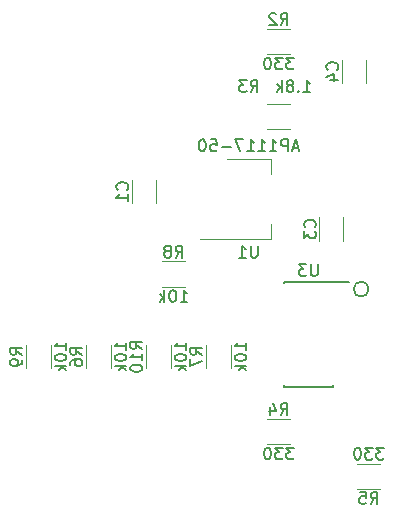
<source format=gbr>
G04 #@! TF.FileFunction,Legend,Bot*
%FSLAX46Y46*%
G04 Gerber Fmt 4.6, Leading zero omitted, Abs format (unit mm)*
G04 Created by KiCad (PCBNEW 4.0.7) date Sunday, March 04, 2018 'PMt' 09:17:10 PM*
%MOMM*%
%LPD*%
G01*
G04 APERTURE LIST*
%ADD10C,0.100000*%
%ADD11C,0.200000*%
%ADD12C,0.120000*%
%ADD13C,0.150000*%
G04 APERTURE END LIST*
D10*
D11*
X87630000Y-39370000D02*
G75*
G03X87630000Y-39370000I-635000J0D01*
G01*
D12*
X67560000Y-32115000D02*
X67560000Y-30115000D01*
X69600000Y-30115000D02*
X69600000Y-32115000D01*
X83435000Y-35290000D02*
X83435000Y-33290000D01*
X85475000Y-33290000D02*
X85475000Y-35290000D01*
X85340000Y-21955000D02*
X85340000Y-19955000D01*
X87380000Y-19955000D02*
X87380000Y-21955000D01*
X79010000Y-19485000D02*
X81010000Y-19485000D01*
X81010000Y-17345000D02*
X79010000Y-17345000D01*
X81010000Y-23695000D02*
X79010000Y-23695000D01*
X79010000Y-25835000D02*
X81010000Y-25835000D01*
X79010000Y-52505000D02*
X81010000Y-52505000D01*
X81010000Y-50365000D02*
X79010000Y-50365000D01*
X88630000Y-54175000D02*
X86630000Y-54175000D01*
X86630000Y-56315000D02*
X88630000Y-56315000D01*
D13*
X84625000Y-38730000D02*
X84625000Y-38755000D01*
X80475000Y-38730000D02*
X80475000Y-38845000D01*
X80475000Y-47630000D02*
X80475000Y-47515000D01*
X84625000Y-47630000D02*
X84625000Y-47515000D01*
X84625000Y-38730000D02*
X80475000Y-38730000D01*
X84625000Y-47630000D02*
X80475000Y-47630000D01*
X84625000Y-38755000D02*
X86000000Y-38755000D01*
D12*
X79380000Y-28340000D02*
X79380000Y-29600000D01*
X79380000Y-35160000D02*
X79380000Y-33900000D01*
X75620000Y-28340000D02*
X79380000Y-28340000D01*
X73370000Y-35160000D02*
X79380000Y-35160000D01*
X65840000Y-46085000D02*
X65840000Y-44085000D01*
X63700000Y-44085000D02*
X63700000Y-46085000D01*
X76000000Y-46085000D02*
X76000000Y-44085000D01*
X73860000Y-44085000D02*
X73860000Y-46085000D01*
X70120000Y-39170000D02*
X72120000Y-39170000D01*
X72120000Y-37030000D02*
X70120000Y-37030000D01*
X60760000Y-46085000D02*
X60760000Y-44085000D01*
X58620000Y-44085000D02*
X58620000Y-46085000D01*
X70920000Y-46085000D02*
X70920000Y-44085000D01*
X68780000Y-44085000D02*
X68780000Y-46085000D01*
D13*
X67187143Y-30948334D02*
X67234762Y-30900715D01*
X67282381Y-30757858D01*
X67282381Y-30662620D01*
X67234762Y-30519762D01*
X67139524Y-30424524D01*
X67044286Y-30376905D01*
X66853810Y-30329286D01*
X66710952Y-30329286D01*
X66520476Y-30376905D01*
X66425238Y-30424524D01*
X66330000Y-30519762D01*
X66282381Y-30662620D01*
X66282381Y-30757858D01*
X66330000Y-30900715D01*
X66377619Y-30948334D01*
X67282381Y-31900715D02*
X67282381Y-31329286D01*
X67282381Y-31615000D02*
X66282381Y-31615000D01*
X66425238Y-31519762D01*
X66520476Y-31424524D01*
X66568095Y-31329286D01*
X83062143Y-34123334D02*
X83109762Y-34075715D01*
X83157381Y-33932858D01*
X83157381Y-33837620D01*
X83109762Y-33694762D01*
X83014524Y-33599524D01*
X82919286Y-33551905D01*
X82728810Y-33504286D01*
X82585952Y-33504286D01*
X82395476Y-33551905D01*
X82300238Y-33599524D01*
X82205000Y-33694762D01*
X82157381Y-33837620D01*
X82157381Y-33932858D01*
X82205000Y-34075715D01*
X82252619Y-34123334D01*
X82157381Y-34456667D02*
X82157381Y-35075715D01*
X82538333Y-34742381D01*
X82538333Y-34885239D01*
X82585952Y-34980477D01*
X82633571Y-35028096D01*
X82728810Y-35075715D01*
X82966905Y-35075715D01*
X83062143Y-35028096D01*
X83109762Y-34980477D01*
X83157381Y-34885239D01*
X83157381Y-34599524D01*
X83109762Y-34504286D01*
X83062143Y-34456667D01*
X84967143Y-20788334D02*
X85014762Y-20740715D01*
X85062381Y-20597858D01*
X85062381Y-20502620D01*
X85014762Y-20359762D01*
X84919524Y-20264524D01*
X84824286Y-20216905D01*
X84633810Y-20169286D01*
X84490952Y-20169286D01*
X84300476Y-20216905D01*
X84205238Y-20264524D01*
X84110000Y-20359762D01*
X84062381Y-20502620D01*
X84062381Y-20597858D01*
X84110000Y-20740715D01*
X84157619Y-20788334D01*
X84395714Y-21645477D02*
X85062381Y-21645477D01*
X84014762Y-21407381D02*
X84729048Y-21169286D01*
X84729048Y-21788334D01*
X80176666Y-17017381D02*
X80510000Y-16541190D01*
X80748095Y-17017381D02*
X80748095Y-16017381D01*
X80367142Y-16017381D01*
X80271904Y-16065000D01*
X80224285Y-16112619D01*
X80176666Y-16207857D01*
X80176666Y-16350714D01*
X80224285Y-16445952D01*
X80271904Y-16493571D01*
X80367142Y-16541190D01*
X80748095Y-16541190D01*
X79795714Y-16112619D02*
X79748095Y-16065000D01*
X79652857Y-16017381D01*
X79414761Y-16017381D01*
X79319523Y-16065000D01*
X79271904Y-16112619D01*
X79224285Y-16207857D01*
X79224285Y-16303095D01*
X79271904Y-16445952D01*
X79843333Y-17017381D01*
X79224285Y-17017381D01*
X81295714Y-19767381D02*
X80676666Y-19767381D01*
X81010000Y-20148333D01*
X80867142Y-20148333D01*
X80771904Y-20195952D01*
X80724285Y-20243571D01*
X80676666Y-20338810D01*
X80676666Y-20576905D01*
X80724285Y-20672143D01*
X80771904Y-20719762D01*
X80867142Y-20767381D01*
X81152857Y-20767381D01*
X81248095Y-20719762D01*
X81295714Y-20672143D01*
X80343333Y-19767381D02*
X79724285Y-19767381D01*
X80057619Y-20148333D01*
X79914761Y-20148333D01*
X79819523Y-20195952D01*
X79771904Y-20243571D01*
X79724285Y-20338810D01*
X79724285Y-20576905D01*
X79771904Y-20672143D01*
X79819523Y-20719762D01*
X79914761Y-20767381D01*
X80200476Y-20767381D01*
X80295714Y-20719762D01*
X80343333Y-20672143D01*
X79105238Y-19767381D02*
X79009999Y-19767381D01*
X78914761Y-19815000D01*
X78867142Y-19862619D01*
X78819523Y-19957857D01*
X78771904Y-20148333D01*
X78771904Y-20386429D01*
X78819523Y-20576905D01*
X78867142Y-20672143D01*
X78914761Y-20719762D01*
X79009999Y-20767381D01*
X79105238Y-20767381D01*
X79200476Y-20719762D01*
X79248095Y-20672143D01*
X79295714Y-20576905D01*
X79343333Y-20386429D01*
X79343333Y-20148333D01*
X79295714Y-19957857D01*
X79248095Y-19862619D01*
X79200476Y-19815000D01*
X79105238Y-19767381D01*
X77636666Y-22677381D02*
X77970000Y-22201190D01*
X78208095Y-22677381D02*
X78208095Y-21677381D01*
X77827142Y-21677381D01*
X77731904Y-21725000D01*
X77684285Y-21772619D01*
X77636666Y-21867857D01*
X77636666Y-22010714D01*
X77684285Y-22105952D01*
X77731904Y-22153571D01*
X77827142Y-22201190D01*
X78208095Y-22201190D01*
X77303333Y-21677381D02*
X76684285Y-21677381D01*
X77017619Y-22058333D01*
X76874761Y-22058333D01*
X76779523Y-22105952D01*
X76731904Y-22153571D01*
X76684285Y-22248810D01*
X76684285Y-22486905D01*
X76731904Y-22582143D01*
X76779523Y-22629762D01*
X76874761Y-22677381D01*
X77160476Y-22677381D01*
X77255714Y-22629762D01*
X77303333Y-22582143D01*
X82113333Y-22677381D02*
X82684762Y-22677381D01*
X82399048Y-22677381D02*
X82399048Y-21677381D01*
X82494286Y-21820238D01*
X82589524Y-21915476D01*
X82684762Y-21963095D01*
X81684762Y-22582143D02*
X81637143Y-22629762D01*
X81684762Y-22677381D01*
X81732381Y-22629762D01*
X81684762Y-22582143D01*
X81684762Y-22677381D01*
X81065715Y-22105952D02*
X81160953Y-22058333D01*
X81208572Y-22010714D01*
X81256191Y-21915476D01*
X81256191Y-21867857D01*
X81208572Y-21772619D01*
X81160953Y-21725000D01*
X81065715Y-21677381D01*
X80875238Y-21677381D01*
X80780000Y-21725000D01*
X80732381Y-21772619D01*
X80684762Y-21867857D01*
X80684762Y-21915476D01*
X80732381Y-22010714D01*
X80780000Y-22058333D01*
X80875238Y-22105952D01*
X81065715Y-22105952D01*
X81160953Y-22153571D01*
X81208572Y-22201190D01*
X81256191Y-22296429D01*
X81256191Y-22486905D01*
X81208572Y-22582143D01*
X81160953Y-22629762D01*
X81065715Y-22677381D01*
X80875238Y-22677381D01*
X80780000Y-22629762D01*
X80732381Y-22582143D01*
X80684762Y-22486905D01*
X80684762Y-22296429D01*
X80732381Y-22201190D01*
X80780000Y-22153571D01*
X80875238Y-22105952D01*
X80256191Y-22677381D02*
X80256191Y-21677381D01*
X80160953Y-22296429D02*
X79875238Y-22677381D01*
X79875238Y-22010714D02*
X80256191Y-22391667D01*
X80176666Y-50037381D02*
X80510000Y-49561190D01*
X80748095Y-50037381D02*
X80748095Y-49037381D01*
X80367142Y-49037381D01*
X80271904Y-49085000D01*
X80224285Y-49132619D01*
X80176666Y-49227857D01*
X80176666Y-49370714D01*
X80224285Y-49465952D01*
X80271904Y-49513571D01*
X80367142Y-49561190D01*
X80748095Y-49561190D01*
X79319523Y-49370714D02*
X79319523Y-50037381D01*
X79557619Y-48989762D02*
X79795714Y-49704048D01*
X79176666Y-49704048D01*
X81295714Y-52792381D02*
X80676666Y-52792381D01*
X81010000Y-53173333D01*
X80867142Y-53173333D01*
X80771904Y-53220952D01*
X80724285Y-53268571D01*
X80676666Y-53363810D01*
X80676666Y-53601905D01*
X80724285Y-53697143D01*
X80771904Y-53744762D01*
X80867142Y-53792381D01*
X81152857Y-53792381D01*
X81248095Y-53744762D01*
X81295714Y-53697143D01*
X80343333Y-52792381D02*
X79724285Y-52792381D01*
X80057619Y-53173333D01*
X79914761Y-53173333D01*
X79819523Y-53220952D01*
X79771904Y-53268571D01*
X79724285Y-53363810D01*
X79724285Y-53601905D01*
X79771904Y-53697143D01*
X79819523Y-53744762D01*
X79914761Y-53792381D01*
X80200476Y-53792381D01*
X80295714Y-53744762D01*
X80343333Y-53697143D01*
X79105238Y-52792381D02*
X79009999Y-52792381D01*
X78914761Y-52840000D01*
X78867142Y-52887619D01*
X78819523Y-52982857D01*
X78771904Y-53173333D01*
X78771904Y-53411429D01*
X78819523Y-53601905D01*
X78867142Y-53697143D01*
X78914761Y-53744762D01*
X79009999Y-53792381D01*
X79105238Y-53792381D01*
X79200476Y-53744762D01*
X79248095Y-53697143D01*
X79295714Y-53601905D01*
X79343333Y-53411429D01*
X79343333Y-53173333D01*
X79295714Y-52982857D01*
X79248095Y-52887619D01*
X79200476Y-52840000D01*
X79105238Y-52792381D01*
X87796666Y-57547381D02*
X88130000Y-57071190D01*
X88368095Y-57547381D02*
X88368095Y-56547381D01*
X87987142Y-56547381D01*
X87891904Y-56595000D01*
X87844285Y-56642619D01*
X87796666Y-56737857D01*
X87796666Y-56880714D01*
X87844285Y-56975952D01*
X87891904Y-57023571D01*
X87987142Y-57071190D01*
X88368095Y-57071190D01*
X86891904Y-56547381D02*
X87368095Y-56547381D01*
X87415714Y-57023571D01*
X87368095Y-56975952D01*
X87272857Y-56928333D01*
X87034761Y-56928333D01*
X86939523Y-56975952D01*
X86891904Y-57023571D01*
X86844285Y-57118810D01*
X86844285Y-57356905D01*
X86891904Y-57452143D01*
X86939523Y-57499762D01*
X87034761Y-57547381D01*
X87272857Y-57547381D01*
X87368095Y-57499762D01*
X87415714Y-57452143D01*
X88915714Y-52797381D02*
X88296666Y-52797381D01*
X88630000Y-53178333D01*
X88487142Y-53178333D01*
X88391904Y-53225952D01*
X88344285Y-53273571D01*
X88296666Y-53368810D01*
X88296666Y-53606905D01*
X88344285Y-53702143D01*
X88391904Y-53749762D01*
X88487142Y-53797381D01*
X88772857Y-53797381D01*
X88868095Y-53749762D01*
X88915714Y-53702143D01*
X87963333Y-52797381D02*
X87344285Y-52797381D01*
X87677619Y-53178333D01*
X87534761Y-53178333D01*
X87439523Y-53225952D01*
X87391904Y-53273571D01*
X87344285Y-53368810D01*
X87344285Y-53606905D01*
X87391904Y-53702143D01*
X87439523Y-53749762D01*
X87534761Y-53797381D01*
X87820476Y-53797381D01*
X87915714Y-53749762D01*
X87963333Y-53702143D01*
X86725238Y-52797381D02*
X86629999Y-52797381D01*
X86534761Y-52845000D01*
X86487142Y-52892619D01*
X86439523Y-52987857D01*
X86391904Y-53178333D01*
X86391904Y-53416429D01*
X86439523Y-53606905D01*
X86487142Y-53702143D01*
X86534761Y-53749762D01*
X86629999Y-53797381D01*
X86725238Y-53797381D01*
X86820476Y-53749762D01*
X86868095Y-53702143D01*
X86915714Y-53606905D01*
X86963333Y-53416429D01*
X86963333Y-53178333D01*
X86915714Y-52987857D01*
X86868095Y-52892619D01*
X86820476Y-52845000D01*
X86725238Y-52797381D01*
X83311905Y-37257381D02*
X83311905Y-38066905D01*
X83264286Y-38162143D01*
X83216667Y-38209762D01*
X83121429Y-38257381D01*
X82930952Y-38257381D01*
X82835714Y-38209762D01*
X82788095Y-38162143D01*
X82740476Y-38066905D01*
X82740476Y-37257381D01*
X82359524Y-37257381D02*
X81740476Y-37257381D01*
X82073810Y-37638333D01*
X81930952Y-37638333D01*
X81835714Y-37685952D01*
X81788095Y-37733571D01*
X81740476Y-37828810D01*
X81740476Y-38066905D01*
X81788095Y-38162143D01*
X81835714Y-38209762D01*
X81930952Y-38257381D01*
X82216667Y-38257381D01*
X82311905Y-38209762D01*
X82359524Y-38162143D01*
X78231905Y-35702381D02*
X78231905Y-36511905D01*
X78184286Y-36607143D01*
X78136667Y-36654762D01*
X78041429Y-36702381D01*
X77850952Y-36702381D01*
X77755714Y-36654762D01*
X77708095Y-36607143D01*
X77660476Y-36511905D01*
X77660476Y-35702381D01*
X76660476Y-36702381D02*
X77231905Y-36702381D01*
X76946191Y-36702381D02*
X76946191Y-35702381D01*
X77041429Y-35845238D01*
X77136667Y-35940476D01*
X77231905Y-35988095D01*
X81684286Y-27416667D02*
X81208095Y-27416667D01*
X81779524Y-27702381D02*
X81446191Y-26702381D01*
X81112857Y-27702381D01*
X80779524Y-27702381D02*
X80779524Y-26702381D01*
X80398571Y-26702381D01*
X80303333Y-26750000D01*
X80255714Y-26797619D01*
X80208095Y-26892857D01*
X80208095Y-27035714D01*
X80255714Y-27130952D01*
X80303333Y-27178571D01*
X80398571Y-27226190D01*
X80779524Y-27226190D01*
X79255714Y-27702381D02*
X79827143Y-27702381D01*
X79541429Y-27702381D02*
X79541429Y-26702381D01*
X79636667Y-26845238D01*
X79731905Y-26940476D01*
X79827143Y-26988095D01*
X78303333Y-27702381D02*
X78874762Y-27702381D01*
X78589048Y-27702381D02*
X78589048Y-26702381D01*
X78684286Y-26845238D01*
X78779524Y-26940476D01*
X78874762Y-26988095D01*
X77350952Y-27702381D02*
X77922381Y-27702381D01*
X77636667Y-27702381D02*
X77636667Y-26702381D01*
X77731905Y-26845238D01*
X77827143Y-26940476D01*
X77922381Y-26988095D01*
X77017619Y-26702381D02*
X76350952Y-26702381D01*
X76779524Y-27702381D01*
X75970000Y-27321429D02*
X75208095Y-27321429D01*
X74255714Y-26702381D02*
X74731905Y-26702381D01*
X74779524Y-27178571D01*
X74731905Y-27130952D01*
X74636667Y-27083333D01*
X74398571Y-27083333D01*
X74303333Y-27130952D01*
X74255714Y-27178571D01*
X74208095Y-27273810D01*
X74208095Y-27511905D01*
X74255714Y-27607143D01*
X74303333Y-27654762D01*
X74398571Y-27702381D01*
X74636667Y-27702381D01*
X74731905Y-27654762D01*
X74779524Y-27607143D01*
X73589048Y-26702381D02*
X73493809Y-26702381D01*
X73398571Y-26750000D01*
X73350952Y-26797619D01*
X73303333Y-26892857D01*
X73255714Y-27083333D01*
X73255714Y-27321429D01*
X73303333Y-27511905D01*
X73350952Y-27607143D01*
X73398571Y-27654762D01*
X73493809Y-27702381D01*
X73589048Y-27702381D01*
X73684286Y-27654762D01*
X73731905Y-27607143D01*
X73779524Y-27511905D01*
X73827143Y-27321429D01*
X73827143Y-27083333D01*
X73779524Y-26892857D01*
X73731905Y-26797619D01*
X73684286Y-26750000D01*
X73589048Y-26702381D01*
X63372381Y-44918334D02*
X62896190Y-44585000D01*
X63372381Y-44346905D02*
X62372381Y-44346905D01*
X62372381Y-44727858D01*
X62420000Y-44823096D01*
X62467619Y-44870715D01*
X62562857Y-44918334D01*
X62705714Y-44918334D01*
X62800952Y-44870715D01*
X62848571Y-44823096D01*
X62896190Y-44727858D01*
X62896190Y-44346905D01*
X62372381Y-45775477D02*
X62372381Y-45585000D01*
X62420000Y-45489762D01*
X62467619Y-45442143D01*
X62610476Y-45346905D01*
X62800952Y-45299286D01*
X63181905Y-45299286D01*
X63277143Y-45346905D01*
X63324762Y-45394524D01*
X63372381Y-45489762D01*
X63372381Y-45680239D01*
X63324762Y-45775477D01*
X63277143Y-45823096D01*
X63181905Y-45870715D01*
X62943810Y-45870715D01*
X62848571Y-45823096D01*
X62800952Y-45775477D01*
X62753333Y-45680239D01*
X62753333Y-45489762D01*
X62800952Y-45394524D01*
X62848571Y-45346905D01*
X62943810Y-45299286D01*
X67122381Y-44489762D02*
X67122381Y-43918333D01*
X67122381Y-44204047D02*
X66122381Y-44204047D01*
X66265238Y-44108809D01*
X66360476Y-44013571D01*
X66408095Y-43918333D01*
X66122381Y-45108809D02*
X66122381Y-45204048D01*
X66170000Y-45299286D01*
X66217619Y-45346905D01*
X66312857Y-45394524D01*
X66503333Y-45442143D01*
X66741429Y-45442143D01*
X66931905Y-45394524D01*
X67027143Y-45346905D01*
X67074762Y-45299286D01*
X67122381Y-45204048D01*
X67122381Y-45108809D01*
X67074762Y-45013571D01*
X67027143Y-44965952D01*
X66931905Y-44918333D01*
X66741429Y-44870714D01*
X66503333Y-44870714D01*
X66312857Y-44918333D01*
X66217619Y-44965952D01*
X66170000Y-45013571D01*
X66122381Y-45108809D01*
X67122381Y-45870714D02*
X66122381Y-45870714D01*
X66741429Y-45965952D02*
X67122381Y-46251667D01*
X66455714Y-46251667D02*
X66836667Y-45870714D01*
X73532381Y-44918334D02*
X73056190Y-44585000D01*
X73532381Y-44346905D02*
X72532381Y-44346905D01*
X72532381Y-44727858D01*
X72580000Y-44823096D01*
X72627619Y-44870715D01*
X72722857Y-44918334D01*
X72865714Y-44918334D01*
X72960952Y-44870715D01*
X73008571Y-44823096D01*
X73056190Y-44727858D01*
X73056190Y-44346905D01*
X72532381Y-45251667D02*
X72532381Y-45918334D01*
X73532381Y-45489762D01*
X77282381Y-44489762D02*
X77282381Y-43918333D01*
X77282381Y-44204047D02*
X76282381Y-44204047D01*
X76425238Y-44108809D01*
X76520476Y-44013571D01*
X76568095Y-43918333D01*
X76282381Y-45108809D02*
X76282381Y-45204048D01*
X76330000Y-45299286D01*
X76377619Y-45346905D01*
X76472857Y-45394524D01*
X76663333Y-45442143D01*
X76901429Y-45442143D01*
X77091905Y-45394524D01*
X77187143Y-45346905D01*
X77234762Y-45299286D01*
X77282381Y-45204048D01*
X77282381Y-45108809D01*
X77234762Y-45013571D01*
X77187143Y-44965952D01*
X77091905Y-44918333D01*
X76901429Y-44870714D01*
X76663333Y-44870714D01*
X76472857Y-44918333D01*
X76377619Y-44965952D01*
X76330000Y-45013571D01*
X76282381Y-45108809D01*
X77282381Y-45870714D02*
X76282381Y-45870714D01*
X76901429Y-45965952D02*
X77282381Y-46251667D01*
X76615714Y-46251667D02*
X76996667Y-45870714D01*
X71286666Y-36702381D02*
X71620000Y-36226190D01*
X71858095Y-36702381D02*
X71858095Y-35702381D01*
X71477142Y-35702381D01*
X71381904Y-35750000D01*
X71334285Y-35797619D01*
X71286666Y-35892857D01*
X71286666Y-36035714D01*
X71334285Y-36130952D01*
X71381904Y-36178571D01*
X71477142Y-36226190D01*
X71858095Y-36226190D01*
X70715238Y-36130952D02*
X70810476Y-36083333D01*
X70858095Y-36035714D01*
X70905714Y-35940476D01*
X70905714Y-35892857D01*
X70858095Y-35797619D01*
X70810476Y-35750000D01*
X70715238Y-35702381D01*
X70524761Y-35702381D01*
X70429523Y-35750000D01*
X70381904Y-35797619D01*
X70334285Y-35892857D01*
X70334285Y-35940476D01*
X70381904Y-36035714D01*
X70429523Y-36083333D01*
X70524761Y-36130952D01*
X70715238Y-36130952D01*
X70810476Y-36178571D01*
X70858095Y-36226190D01*
X70905714Y-36321429D01*
X70905714Y-36511905D01*
X70858095Y-36607143D01*
X70810476Y-36654762D01*
X70715238Y-36702381D01*
X70524761Y-36702381D01*
X70429523Y-36654762D01*
X70381904Y-36607143D01*
X70334285Y-36511905D01*
X70334285Y-36321429D01*
X70381904Y-36226190D01*
X70429523Y-36178571D01*
X70524761Y-36130952D01*
X71715238Y-40452381D02*
X72286667Y-40452381D01*
X72000953Y-40452381D02*
X72000953Y-39452381D01*
X72096191Y-39595238D01*
X72191429Y-39690476D01*
X72286667Y-39738095D01*
X71096191Y-39452381D02*
X71000952Y-39452381D01*
X70905714Y-39500000D01*
X70858095Y-39547619D01*
X70810476Y-39642857D01*
X70762857Y-39833333D01*
X70762857Y-40071429D01*
X70810476Y-40261905D01*
X70858095Y-40357143D01*
X70905714Y-40404762D01*
X71000952Y-40452381D01*
X71096191Y-40452381D01*
X71191429Y-40404762D01*
X71239048Y-40357143D01*
X71286667Y-40261905D01*
X71334286Y-40071429D01*
X71334286Y-39833333D01*
X71286667Y-39642857D01*
X71239048Y-39547619D01*
X71191429Y-39500000D01*
X71096191Y-39452381D01*
X70334286Y-40452381D02*
X70334286Y-39452381D01*
X70239048Y-40071429D02*
X69953333Y-40452381D01*
X69953333Y-39785714D02*
X70334286Y-40166667D01*
X58292381Y-44918334D02*
X57816190Y-44585000D01*
X58292381Y-44346905D02*
X57292381Y-44346905D01*
X57292381Y-44727858D01*
X57340000Y-44823096D01*
X57387619Y-44870715D01*
X57482857Y-44918334D01*
X57625714Y-44918334D01*
X57720952Y-44870715D01*
X57768571Y-44823096D01*
X57816190Y-44727858D01*
X57816190Y-44346905D01*
X58292381Y-45394524D02*
X58292381Y-45585000D01*
X58244762Y-45680239D01*
X58197143Y-45727858D01*
X58054286Y-45823096D01*
X57863810Y-45870715D01*
X57482857Y-45870715D01*
X57387619Y-45823096D01*
X57340000Y-45775477D01*
X57292381Y-45680239D01*
X57292381Y-45489762D01*
X57340000Y-45394524D01*
X57387619Y-45346905D01*
X57482857Y-45299286D01*
X57720952Y-45299286D01*
X57816190Y-45346905D01*
X57863810Y-45394524D01*
X57911429Y-45489762D01*
X57911429Y-45680239D01*
X57863810Y-45775477D01*
X57816190Y-45823096D01*
X57720952Y-45870715D01*
X62042381Y-44489762D02*
X62042381Y-43918333D01*
X62042381Y-44204047D02*
X61042381Y-44204047D01*
X61185238Y-44108809D01*
X61280476Y-44013571D01*
X61328095Y-43918333D01*
X61042381Y-45108809D02*
X61042381Y-45204048D01*
X61090000Y-45299286D01*
X61137619Y-45346905D01*
X61232857Y-45394524D01*
X61423333Y-45442143D01*
X61661429Y-45442143D01*
X61851905Y-45394524D01*
X61947143Y-45346905D01*
X61994762Y-45299286D01*
X62042381Y-45204048D01*
X62042381Y-45108809D01*
X61994762Y-45013571D01*
X61947143Y-44965952D01*
X61851905Y-44918333D01*
X61661429Y-44870714D01*
X61423333Y-44870714D01*
X61232857Y-44918333D01*
X61137619Y-44965952D01*
X61090000Y-45013571D01*
X61042381Y-45108809D01*
X62042381Y-45870714D02*
X61042381Y-45870714D01*
X61661429Y-45965952D02*
X62042381Y-46251667D01*
X61375714Y-46251667D02*
X61756667Y-45870714D01*
X68452381Y-44442143D02*
X67976190Y-44108809D01*
X68452381Y-43870714D02*
X67452381Y-43870714D01*
X67452381Y-44251667D01*
X67500000Y-44346905D01*
X67547619Y-44394524D01*
X67642857Y-44442143D01*
X67785714Y-44442143D01*
X67880952Y-44394524D01*
X67928571Y-44346905D01*
X67976190Y-44251667D01*
X67976190Y-43870714D01*
X68452381Y-45394524D02*
X68452381Y-44823095D01*
X68452381Y-45108809D02*
X67452381Y-45108809D01*
X67595238Y-45013571D01*
X67690476Y-44918333D01*
X67738095Y-44823095D01*
X67452381Y-46013571D02*
X67452381Y-46108810D01*
X67500000Y-46204048D01*
X67547619Y-46251667D01*
X67642857Y-46299286D01*
X67833333Y-46346905D01*
X68071429Y-46346905D01*
X68261905Y-46299286D01*
X68357143Y-46251667D01*
X68404762Y-46204048D01*
X68452381Y-46108810D01*
X68452381Y-46013571D01*
X68404762Y-45918333D01*
X68357143Y-45870714D01*
X68261905Y-45823095D01*
X68071429Y-45775476D01*
X67833333Y-45775476D01*
X67642857Y-45823095D01*
X67547619Y-45870714D01*
X67500000Y-45918333D01*
X67452381Y-46013571D01*
X72202381Y-44489762D02*
X72202381Y-43918333D01*
X72202381Y-44204047D02*
X71202381Y-44204047D01*
X71345238Y-44108809D01*
X71440476Y-44013571D01*
X71488095Y-43918333D01*
X71202381Y-45108809D02*
X71202381Y-45204048D01*
X71250000Y-45299286D01*
X71297619Y-45346905D01*
X71392857Y-45394524D01*
X71583333Y-45442143D01*
X71821429Y-45442143D01*
X72011905Y-45394524D01*
X72107143Y-45346905D01*
X72154762Y-45299286D01*
X72202381Y-45204048D01*
X72202381Y-45108809D01*
X72154762Y-45013571D01*
X72107143Y-44965952D01*
X72011905Y-44918333D01*
X71821429Y-44870714D01*
X71583333Y-44870714D01*
X71392857Y-44918333D01*
X71297619Y-44965952D01*
X71250000Y-45013571D01*
X71202381Y-45108809D01*
X72202381Y-45870714D02*
X71202381Y-45870714D01*
X71821429Y-45965952D02*
X72202381Y-46251667D01*
X71535714Y-46251667D02*
X71916667Y-45870714D01*
M02*

</source>
